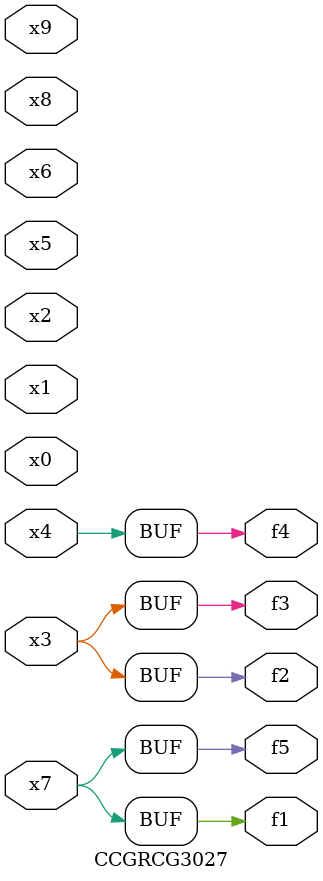
<source format=v>
module CCGRCG3027(
	input x0, x1, x2, x3, x4, x5, x6, x7, x8, x9,
	output f1, f2, f3, f4, f5
);
	assign f1 = x7;
	assign f2 = x3;
	assign f3 = x3;
	assign f4 = x4;
	assign f5 = x7;
endmodule

</source>
